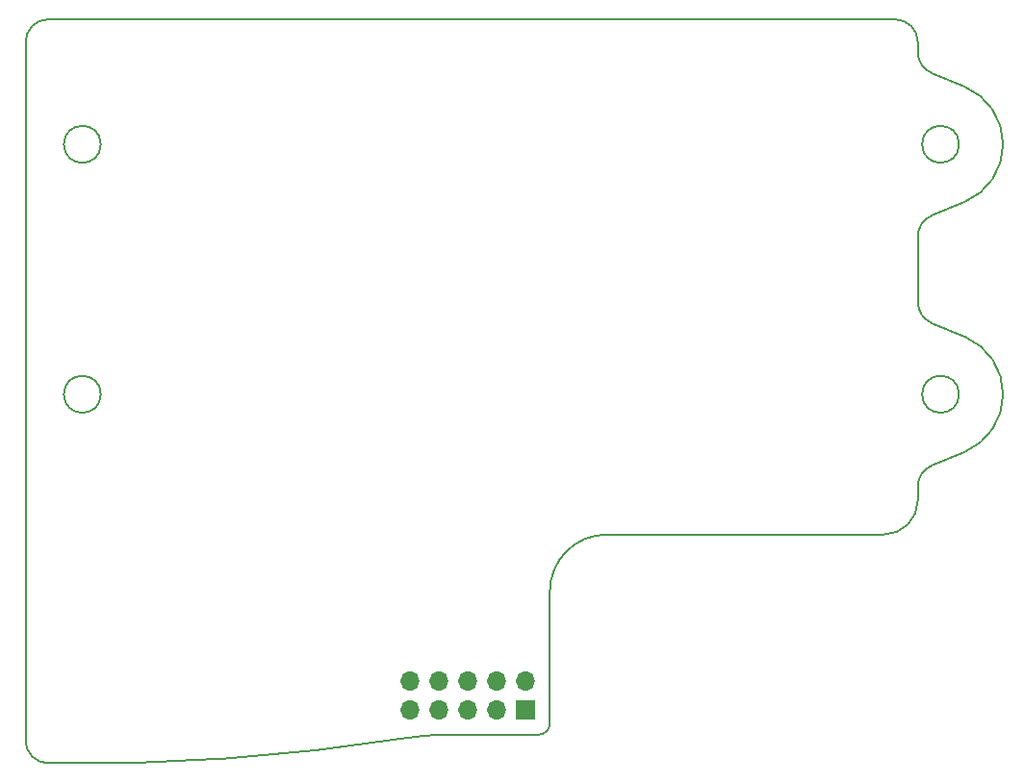
<source format=gbr>
%TF.GenerationSoftware,KiCad,Pcbnew,(5.0.0)*%
%TF.CreationDate,2019-04-02T12:02:52-04:00*%
%TF.ProjectId,Fusion Dummy Mainboard Test Fit,467573696F6E2044756D6D79204D6169,rev?*%
%TF.SameCoordinates,Original*%
%TF.FileFunction,Copper,L2,Bot,Signal*%
%TF.FilePolarity,Positive*%
%FSLAX46Y46*%
G04 Gerber Fmt 4.6, Leading zero omitted, Abs format (unit mm)*
G04 Created by KiCad (PCBNEW (5.0.0)) date 04/02/19 12:02:52*
%MOMM*%
%LPD*%
G01*
G04 APERTURE LIST*
%ADD10C,0.200000*%
%ADD11R,1.700000X1.700000*%
%ADD12O,1.700000X1.700000*%
G04 APERTURE END LIST*
D10*
X158000000Y-81882059D02*
X158000000Y-81000000D01*
X86125000Y-112000000D02*
G75*
G03X86125000Y-112000000I-1625000J0D01*
G01*
X161625000Y-112000000D02*
G75*
G03X161625000Y-112000000I-1625000J0D01*
G01*
X161625000Y-90000000D02*
G75*
G03X161625000Y-90000000I-1625000J0D01*
G01*
X86125000Y-90000000D02*
G75*
G03X86125000Y-90000000I-1625000J0D01*
G01*
X159234633Y-105729818D02*
G75*
G02X158000000Y-103882059I765367J1847759D01*
G01*
X125630000Y-140960000D02*
X125630000Y-129350000D01*
X162104759Y-84918663D02*
X159234633Y-83729818D01*
X159234633Y-83729818D02*
G75*
G02X158000000Y-81882059I765367J1847759D01*
G01*
X159234633Y-96270183D02*
X162104759Y-95081338D01*
X158000000Y-98117942D02*
G75*
G02X159234633Y-96270183I2000000J0D01*
G01*
X158000000Y-121350000D02*
G75*
G02X155000000Y-124350000I-3000000J0D01*
G01*
X79500000Y-81000000D02*
G75*
G02X81500000Y-79000000I2000000J0D01*
G01*
X162104759Y-84918662D02*
G75*
G02X162104759Y-95081338I-2104759J-5081338D01*
G01*
X158000000Y-121350000D02*
X158000000Y-120117942D01*
X112897249Y-142264738D02*
G75*
G02X116768705Y-141960000I3871456J-24439533D01*
G01*
X79500000Y-81000000D02*
X79500000Y-142474929D01*
X112897249Y-142264739D02*
G75*
G02X81466574Y-144474650I-28397249J179264739D01*
G01*
X81466574Y-144474650D02*
G75*
G02X79500000Y-142474929I33426J1999721D01*
G01*
X162104759Y-106918663D02*
X159234633Y-105729818D01*
X162104759Y-106918662D02*
G75*
G02X162104759Y-117081338I-2104759J-5081338D01*
G01*
X159234633Y-118270183D02*
X162104759Y-117081338D01*
X125630000Y-140960000D02*
G75*
G02X124630000Y-141960000I-1000000J0D01*
G01*
X130630000Y-124350000D02*
X155000000Y-124350000D01*
X125630000Y-129350000D02*
G75*
G02X130630000Y-124350000I5000000J0D01*
G01*
X116768705Y-141960000D02*
X124630000Y-141960000D01*
X158000000Y-103882059D02*
X158000000Y-98117942D01*
X158000000Y-120117942D02*
G75*
G02X159234633Y-118270183I2000000J0D01*
G01*
X156000000Y-79000000D02*
X81500000Y-79000000D01*
X156000000Y-79000000D02*
G75*
G02X158000000Y-81000000I0J-2000000D01*
G01*
D11*
X123480000Y-139810000D03*
D12*
X123480000Y-137270000D03*
X120940000Y-139810000D03*
X120940000Y-137270000D03*
X118400000Y-139810000D03*
X118400000Y-137270000D03*
X115860000Y-139810000D03*
X115860000Y-137270000D03*
X113320000Y-139810000D03*
X113320000Y-137270000D03*
M02*

</source>
